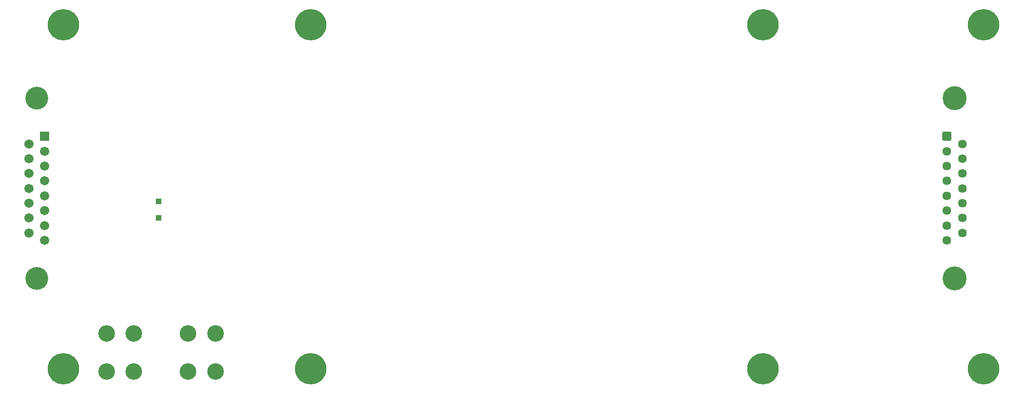
<source format=gbr>
%TF.GenerationSoftware,KiCad,Pcbnew,7.0.7*%
%TF.CreationDate,2024-12-16T13:21:34+01:00*%
%TF.ProjectId,dmem_2V0,646d656d-5f32-4563-902e-6b696361645f,rev?*%
%TF.SameCoordinates,Original*%
%TF.FileFunction,Soldermask,Bot*%
%TF.FilePolarity,Negative*%
%FSLAX46Y46*%
G04 Gerber Fmt 4.6, Leading zero omitted, Abs format (unit mm)*
G04 Created by KiCad (PCBNEW 7.0.7) date 2024-12-16 13:21:34*
%MOMM*%
%LPD*%
G01*
G04 APERTURE LIST*
G04 Aperture macros list*
%AMRoundRect*
0 Rectangle with rounded corners*
0 $1 Rounding radius*
0 $2 $3 $4 $5 $6 $7 $8 $9 X,Y pos of 4 corners*
0 Add a 4 corners polygon primitive as box body*
4,1,4,$2,$3,$4,$5,$6,$7,$8,$9,$2,$3,0*
0 Add four circle primitives for the rounded corners*
1,1,$1+$1,$2,$3*
1,1,$1+$1,$4,$5*
1,1,$1+$1,$6,$7*
1,1,$1+$1,$8,$9*
0 Add four rect primitives between the rounded corners*
20,1,$1+$1,$2,$3,$4,$5,0*
20,1,$1+$1,$4,$5,$6,$7,0*
20,1,$1+$1,$6,$7,$8,$9,0*
20,1,$1+$1,$8,$9,$2,$3,0*%
G04 Aperture macros list end*
%ADD10R,1.000000X1.000000*%
%ADD11C,3.054000*%
%ADD12C,5.800000*%
%ADD13RoundRect,0.102000X-0.754000X0.754000X-0.754000X-0.754000X0.754000X-0.754000X0.754000X0.754000X0*%
%ADD14C,1.712000*%
%ADD15C,4.200000*%
%ADD16RoundRect,0.102000X0.704000X-0.704000X0.704000X0.704000X-0.704000X0.704000X-0.704000X-0.704000X0*%
%ADD17C,1.612000*%
%ADD18C,4.420000*%
G04 APERTURE END LIST*
D10*
%TO.C,Vce_r1*%
X83261200Y-102463600D03*
%TD*%
D11*
%TO.C,J11*%
X93720400Y-123783400D03*
X88720400Y-123783400D03*
X88720400Y-130793400D03*
X93720400Y-130793400D03*
%TD*%
D12*
%TO.C,REF\u002A\u002A*%
X194640200Y-66827400D03*
%TD*%
%TO.C,REF\u002A\u002A*%
X235280200Y-66827400D03*
%TD*%
%TO.C,REF\u002A\u002A*%
X194640200Y-130327400D03*
%TD*%
D13*
%TO.C,J1*%
X62240400Y-87410000D03*
D14*
X62240400Y-90150000D03*
X62240400Y-92890000D03*
X62240400Y-95630000D03*
X62240400Y-98370000D03*
X62240400Y-101110000D03*
X62240400Y-103850000D03*
X62240400Y-106590000D03*
X59400400Y-88780000D03*
X59400400Y-91520000D03*
X59400400Y-94260000D03*
X59400400Y-97000000D03*
X59400400Y-99740000D03*
X59400400Y-102480000D03*
X59400400Y-105220000D03*
D15*
X60820400Y-80340000D03*
X60820400Y-113660000D03*
%TD*%
D10*
%TO.C,Vce1*%
X83261200Y-99413600D03*
%TD*%
D16*
%TO.C,J12*%
X228503200Y-87410000D03*
D17*
X228503200Y-90150000D03*
X228503200Y-92890000D03*
X228503200Y-95630000D03*
X228503200Y-98370000D03*
X228503200Y-101110000D03*
X228503200Y-103850000D03*
X228503200Y-106590000D03*
X231343200Y-88780000D03*
X231343200Y-91520000D03*
X231343200Y-94260000D03*
X231343200Y-97000000D03*
X231343200Y-99740000D03*
X231343200Y-102480000D03*
X231343200Y-105220000D03*
D18*
X229923200Y-113660000D03*
X229923200Y-80340000D03*
%TD*%
D12*
%TO.C,REF\u002A\u002A*%
X111302800Y-66827400D03*
%TD*%
%TO.C,REF\u002A\u002A*%
X111302800Y-130327400D03*
%TD*%
%TO.C,REF\u002A\u002A*%
X65735200Y-130327400D03*
%TD*%
D11*
%TO.C,J10*%
X78720400Y-123783400D03*
X73720400Y-123783400D03*
X73720400Y-130793400D03*
X78720400Y-130793400D03*
%TD*%
D12*
%TO.C,REF\u002A\u002A*%
X235280200Y-130327400D03*
%TD*%
%TO.C,REF\u002A\u002A*%
X65735200Y-66827400D03*
%TD*%
M02*

</source>
